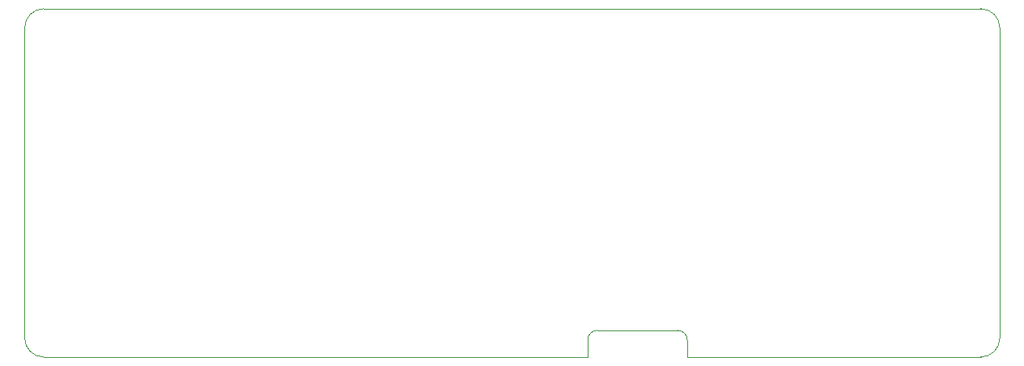
<source format=gbr>
%TF.GenerationSoftware,KiCad,Pcbnew,8.0.4*%
%TF.CreationDate,2025-06-24T22:11:05-05:00*%
%TF.ProjectId,numlocked_HUB,6e756d6c-6f63-46b6-9564-5f4855422e6b,rev?*%
%TF.SameCoordinates,Original*%
%TF.FileFunction,Profile,NP*%
%FSLAX46Y46*%
G04 Gerber Fmt 4.6, Leading zero omitted, Abs format (unit mm)*
G04 Created by KiCad (PCBNEW 8.0.4) date 2025-06-24 22:11:05*
%MOMM*%
%LPD*%
G01*
G04 APERTURE LIST*
%TA.AperFunction,Profile*%
%ADD10C,0.050000*%
%TD*%
G04 APERTURE END LIST*
D10*
X146900000Y-73200000D02*
X146900000Y-75000000D01*
X146900000Y-75000000D02*
X90000000Y-75000000D01*
X88000000Y-40500000D02*
G75*
G02*
X90000000Y-38500000I2000000J0D01*
G01*
X190000000Y-73000000D02*
G75*
G02*
X188000000Y-75000000I-2000000J0D01*
G01*
X88000000Y-40500000D02*
X88000000Y-73000000D01*
X146900000Y-73200000D02*
G75*
G02*
X147900000Y-72200000I1000000J0D01*
G01*
X156300000Y-72200000D02*
G75*
G02*
X157300000Y-73200000I0J-1000000D01*
G01*
X188000000Y-38500000D02*
G75*
G02*
X190000000Y-40500000I0J-2000000D01*
G01*
X157300000Y-73200000D02*
X157300000Y-75000000D01*
X188000000Y-38500000D02*
X90000000Y-38500000D01*
X156300000Y-72200000D02*
X147900000Y-72200000D01*
X157300000Y-75000000D02*
X188000000Y-75000000D01*
X90000000Y-75000000D02*
G75*
G02*
X88000000Y-73000000I0J2000000D01*
G01*
X190000000Y-40500000D02*
X190000000Y-73000000D01*
M02*

</source>
